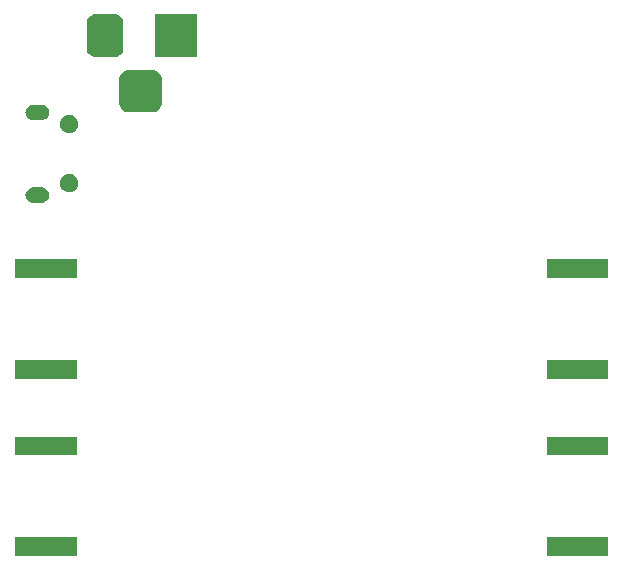
<source format=gbr>
G04 #@! TF.GenerationSoftware,KiCad,Pcbnew,5.1.5-52549c5~86~ubuntu18.04.1*
G04 #@! TF.CreationDate,2020-05-03T22:10:49-04:00*
G04 #@! TF.ProjectId,lna-filt,6c6e612d-6669-46c7-942e-6b696361645f,rev?*
G04 #@! TF.SameCoordinates,Original*
G04 #@! TF.FileFunction,Soldermask,Bot*
G04 #@! TF.FilePolarity,Negative*
%FSLAX46Y46*%
G04 Gerber Fmt 4.6, Leading zero omitted, Abs format (unit mm)*
G04 Created by KiCad (PCBNEW 5.1.5-52549c5~86~ubuntu18.04.1) date 2020-05-03 22:10:49*
%MOMM*%
%LPD*%
G04 APERTURE LIST*
%ADD10C,0.100000*%
G04 APERTURE END LIST*
D10*
G36*
X87591000Y-80051000D02*
G01*
X82409000Y-80051000D01*
X82409000Y-78449000D01*
X87591000Y-78449000D01*
X87591000Y-80051000D01*
G37*
G36*
X132591000Y-80051000D02*
G01*
X127409000Y-80051000D01*
X127409000Y-78449000D01*
X132591000Y-78449000D01*
X132591000Y-80051000D01*
G37*
G36*
X87591000Y-71551000D02*
G01*
X82409000Y-71551000D01*
X82409000Y-69949000D01*
X87591000Y-69949000D01*
X87591000Y-71551000D01*
G37*
G36*
X132591000Y-71551000D02*
G01*
X127409000Y-71551000D01*
X127409000Y-69949000D01*
X132591000Y-69949000D01*
X132591000Y-71551000D01*
G37*
G36*
X132591000Y-65051000D02*
G01*
X127409000Y-65051000D01*
X127409000Y-63449000D01*
X132591000Y-63449000D01*
X132591000Y-65051000D01*
G37*
G36*
X87591000Y-65051000D02*
G01*
X82409000Y-65051000D01*
X82409000Y-63449000D01*
X87591000Y-63449000D01*
X87591000Y-65051000D01*
G37*
G36*
X87591000Y-56551000D02*
G01*
X82409000Y-56551000D01*
X82409000Y-54949000D01*
X87591000Y-54949000D01*
X87591000Y-56551000D01*
G37*
G36*
X132591000Y-56551000D02*
G01*
X127409000Y-56551000D01*
X127409000Y-54949000D01*
X132591000Y-54949000D01*
X132591000Y-56551000D01*
G37*
G36*
X84676355Y-48852140D02*
G01*
X84740118Y-48858420D01*
X84830904Y-48885960D01*
X84862836Y-48895646D01*
X84975925Y-48956094D01*
X85075054Y-49037446D01*
X85156406Y-49136575D01*
X85216854Y-49249664D01*
X85216855Y-49249668D01*
X85254080Y-49372382D01*
X85266649Y-49500000D01*
X85254080Y-49627618D01*
X85226540Y-49718404D01*
X85216854Y-49750336D01*
X85156406Y-49863425D01*
X85075054Y-49962554D01*
X84975925Y-50043906D01*
X84862836Y-50104354D01*
X84830904Y-50114040D01*
X84740118Y-50141580D01*
X84676355Y-50147860D01*
X84644474Y-50151000D01*
X83880526Y-50151000D01*
X83848645Y-50147860D01*
X83784882Y-50141580D01*
X83694096Y-50114040D01*
X83662164Y-50104354D01*
X83549075Y-50043906D01*
X83449946Y-49962554D01*
X83368594Y-49863425D01*
X83308146Y-49750336D01*
X83298460Y-49718404D01*
X83270920Y-49627618D01*
X83258351Y-49500000D01*
X83270920Y-49372382D01*
X83308145Y-49249668D01*
X83308146Y-49249664D01*
X83368594Y-49136575D01*
X83449946Y-49037446D01*
X83549075Y-48956094D01*
X83662164Y-48895646D01*
X83694096Y-48885960D01*
X83784882Y-48858420D01*
X83848645Y-48852140D01*
X83880526Y-48849000D01*
X84644474Y-48849000D01*
X84676355Y-48852140D01*
G37*
G36*
X87188848Y-47753820D02*
G01*
X87188850Y-47753821D01*
X87188851Y-47753821D01*
X87330074Y-47812317D01*
X87330077Y-47812319D01*
X87457169Y-47897239D01*
X87565261Y-48005331D01*
X87650181Y-48132423D01*
X87650183Y-48132426D01*
X87708679Y-48273649D01*
X87738500Y-48423571D01*
X87738500Y-48576429D01*
X87708679Y-48726351D01*
X87650183Y-48867574D01*
X87650181Y-48867577D01*
X87565261Y-48994669D01*
X87457169Y-49102761D01*
X87330077Y-49187681D01*
X87330074Y-49187683D01*
X87188851Y-49246179D01*
X87188850Y-49246179D01*
X87188848Y-49246180D01*
X87038931Y-49276000D01*
X86886069Y-49276000D01*
X86736152Y-49246180D01*
X86736150Y-49246179D01*
X86736149Y-49246179D01*
X86594926Y-49187683D01*
X86594923Y-49187681D01*
X86467831Y-49102761D01*
X86359739Y-48994669D01*
X86274819Y-48867577D01*
X86274817Y-48867574D01*
X86216321Y-48726351D01*
X86186500Y-48576429D01*
X86186500Y-48423571D01*
X86216321Y-48273649D01*
X86274817Y-48132426D01*
X86274819Y-48132423D01*
X86359739Y-48005331D01*
X86467831Y-47897239D01*
X86594923Y-47812319D01*
X86594926Y-47812317D01*
X86736149Y-47753821D01*
X86736150Y-47753821D01*
X86736152Y-47753820D01*
X86886069Y-47724000D01*
X87038931Y-47724000D01*
X87188848Y-47753820D01*
G37*
G36*
X87188848Y-42753820D02*
G01*
X87188850Y-42753821D01*
X87188851Y-42753821D01*
X87330074Y-42812317D01*
X87330077Y-42812319D01*
X87457169Y-42897239D01*
X87565261Y-43005331D01*
X87650181Y-43132423D01*
X87650183Y-43132426D01*
X87708679Y-43273649D01*
X87738500Y-43423571D01*
X87738500Y-43576429D01*
X87708679Y-43726351D01*
X87650183Y-43867574D01*
X87650181Y-43867577D01*
X87565261Y-43994669D01*
X87457169Y-44102761D01*
X87330077Y-44187681D01*
X87330074Y-44187683D01*
X87188851Y-44246179D01*
X87188850Y-44246179D01*
X87188848Y-44246180D01*
X87038931Y-44276000D01*
X86886069Y-44276000D01*
X86736152Y-44246180D01*
X86736150Y-44246179D01*
X86736149Y-44246179D01*
X86594926Y-44187683D01*
X86594923Y-44187681D01*
X86467831Y-44102761D01*
X86359739Y-43994669D01*
X86274819Y-43867577D01*
X86274817Y-43867574D01*
X86216321Y-43726351D01*
X86186500Y-43576429D01*
X86186500Y-43423571D01*
X86216321Y-43273649D01*
X86274817Y-43132426D01*
X86274819Y-43132423D01*
X86359739Y-43005331D01*
X86467831Y-42897239D01*
X86594923Y-42812319D01*
X86594926Y-42812317D01*
X86736149Y-42753821D01*
X86736150Y-42753821D01*
X86736152Y-42753820D01*
X86886069Y-42724000D01*
X87038931Y-42724000D01*
X87188848Y-42753820D01*
G37*
G36*
X84676355Y-41852140D02*
G01*
X84740118Y-41858420D01*
X84830904Y-41885960D01*
X84862836Y-41895646D01*
X84975925Y-41956094D01*
X85075054Y-42037446D01*
X85156406Y-42136575D01*
X85216854Y-42249664D01*
X85216855Y-42249668D01*
X85254080Y-42372382D01*
X85266649Y-42500000D01*
X85254080Y-42627618D01*
X85226540Y-42718404D01*
X85216854Y-42750336D01*
X85156406Y-42863425D01*
X85075054Y-42962554D01*
X84975925Y-43043906D01*
X84862836Y-43104354D01*
X84830904Y-43114040D01*
X84740118Y-43141580D01*
X84676355Y-43147860D01*
X84644474Y-43151000D01*
X83880526Y-43151000D01*
X83848645Y-43147860D01*
X83784882Y-43141580D01*
X83694096Y-43114040D01*
X83662164Y-43104354D01*
X83549075Y-43043906D01*
X83449946Y-42962554D01*
X83368594Y-42863425D01*
X83308146Y-42750336D01*
X83298460Y-42718404D01*
X83270920Y-42627618D01*
X83258351Y-42500000D01*
X83270920Y-42372382D01*
X83308145Y-42249668D01*
X83308146Y-42249664D01*
X83368594Y-42136575D01*
X83449946Y-42037446D01*
X83549075Y-41956094D01*
X83662164Y-41895646D01*
X83694096Y-41885960D01*
X83784882Y-41858420D01*
X83848645Y-41852140D01*
X83880526Y-41849000D01*
X84644474Y-41849000D01*
X84676355Y-41852140D01*
G37*
G36*
X94126366Y-38915695D02*
G01*
X94283460Y-38963349D01*
X94428231Y-39040731D01*
X94555128Y-39144872D01*
X94659269Y-39271769D01*
X94736651Y-39416540D01*
X94784305Y-39573634D01*
X94801000Y-39743140D01*
X94801000Y-41656860D01*
X94784305Y-41826366D01*
X94736651Y-41983460D01*
X94659269Y-42128231D01*
X94555128Y-42255128D01*
X94428231Y-42359269D01*
X94283460Y-42436651D01*
X94126366Y-42484305D01*
X93956860Y-42501000D01*
X92043140Y-42501000D01*
X91873634Y-42484305D01*
X91716540Y-42436651D01*
X91571769Y-42359269D01*
X91444872Y-42255128D01*
X91340731Y-42128231D01*
X91263349Y-41983460D01*
X91215695Y-41826366D01*
X91199000Y-41656860D01*
X91199000Y-39743140D01*
X91215695Y-39573634D01*
X91263349Y-39416540D01*
X91340731Y-39271769D01*
X91444872Y-39144872D01*
X91571769Y-39040731D01*
X91716540Y-38963349D01*
X91873634Y-38915695D01*
X92043140Y-38899000D01*
X93956860Y-38899000D01*
X94126366Y-38915695D01*
G37*
G36*
X90976979Y-34213293D02*
G01*
X91110625Y-34253834D01*
X91233784Y-34319664D01*
X91341740Y-34408260D01*
X91430336Y-34516216D01*
X91496166Y-34639375D01*
X91536707Y-34773021D01*
X91551000Y-34918140D01*
X91551000Y-37081860D01*
X91536707Y-37226979D01*
X91496166Y-37360625D01*
X91430336Y-37483784D01*
X91341740Y-37591740D01*
X91233784Y-37680336D01*
X91110625Y-37746166D01*
X90976979Y-37786707D01*
X90831860Y-37801000D01*
X89168140Y-37801000D01*
X89023021Y-37786707D01*
X88889375Y-37746166D01*
X88766216Y-37680336D01*
X88658260Y-37591740D01*
X88569664Y-37483784D01*
X88503834Y-37360625D01*
X88463293Y-37226979D01*
X88449000Y-37081860D01*
X88449000Y-34918140D01*
X88463293Y-34773021D01*
X88503834Y-34639375D01*
X88569664Y-34516216D01*
X88658260Y-34408260D01*
X88766216Y-34319664D01*
X88889375Y-34253834D01*
X89023021Y-34213293D01*
X89168140Y-34199000D01*
X90831860Y-34199000D01*
X90976979Y-34213293D01*
G37*
G36*
X97801000Y-37801000D02*
G01*
X94199000Y-37801000D01*
X94199000Y-34199000D01*
X97801000Y-34199000D01*
X97801000Y-37801000D01*
G37*
M02*

</source>
